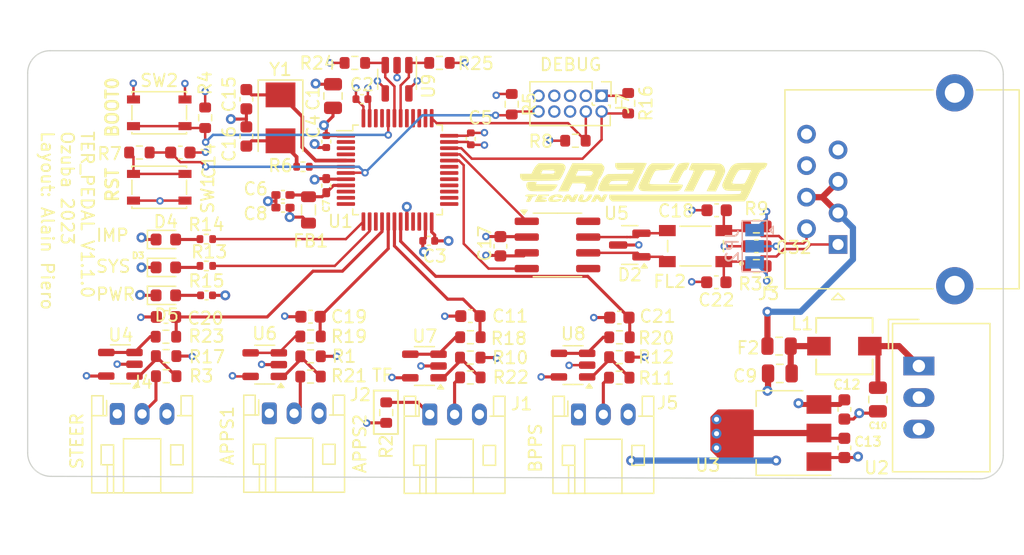
<source format=kicad_pcb>
(kicad_pcb (version 20241229) (generator "pcbnew") (generator_version "9.0")
  (layers (0 "F.Cu" signal) (4 "In1.Cu" power "GND") (6 "In2.Cu" power "PWR") (2 "B.Cu" signal) (13 "F.Paste" user) (15 "B.Paste" user) (5 "F.SilkS" user "F.Silkscreen") (7 "B.SilkS" user "B.Silkscreen") (1 "F.Mask" user) (3 "B.Mask" user) (25 "Edge.Cuts" user))
  (net 0 "")
  (net 1 "+3.3V")
  (net 2 "GND")
  (net 3 "+3.3VADC")
  (net 4 "+5V")
  (net 5 "/MICRO/NRST")
  (net 6 "/MICRO/OSC_IN")
  (net 7 "Net-(C16-Pad1)")
  (net 8 "/MICRO/STEER_ADC")
  (net 9 "/CAN/CAN+")
  (net 10 "/CAN/CAN-")
  (net 11 "Net-(D3-A)")
  (net 12 "Net-(D4-A)")
  (net 13 "Net-(D5-A)")
  (net 14 "+24V")
  (net 15 "/MICRO/SWDIO")
  (net 16 "/MICRO/SWCLK")
  (net 17 "/SENSORS/SENS_1")
  (net 18 "/SENSORS/SENS_2")
  (net 19 "/SENSORS/Brake")
  (net 20 "Net-(U8-+)")
  (net 21 "/MICRO/BOOT0")
  (net 22 "/MICRO/OSC_OUT")
  (net 23 "/MICRO/APPS_2_ADC")
  (net 24 "/MICRO/BPPS_ADC")
  (net 25 "Net-(JP2-C)")
  (net 26 "/IMP_LED")
  (net 33 "/CAN/can-")
  (net 35 "/EEPROM/SDA")
  (net 36 "/EEPROM/SCL")
  (net 44 "/CAN/CAN_RX")
  (net 45 "/CAN/CAN_TX")
  (net 52 "Net-(SW1-B)")
  (net 55 "Net-(C9-Pad1)")
  (net 56 "Net-(U2-Vin)")
  (net 59 "/MICRO/SWO")
  (net 60 "Net-(JP2-B)")
  (net 61 "Net-(JP2-A)")
  (net 62 "/CAN/can+")
  (net 63 "Net-(J1-Pin_1)")
  (net 64 "/SYS")
  (net 65 "/MICRO/APPS_1_ADC")
  (net 68 "Net-(U4--)")
  (net 69 "Net-(U7--)")
  (net 70 "Net-(U6--)")
  (net 71 "Net-(U8--)")
  (net 72 "Net-(J4-Pin_2)")
  (net 73 "Net-(U6-+)")
  (net 74 "Net-(U4-+)")
  (net 75 "Net-(U7-+)")
  (footprint "Resistor_SMD:R_0603_1608Metric" (layer "F.Cu") (at 147.0585 100.92 180)
    (property "Reference" "R10")
    (property "Value" "9.1k")
  )
  (footprint "LED_SMD:LED_0603_1608Metric" (layer "F.Cu") (at 122.5325 93.658)
    (property "Reference" "D3")
    (property "Value" "SYS")
  )
  (footprint "LED_SMD:LED_0603_1608Metric" (layer "F.Cu") (at 122.5325 95.908)
    (property "Reference" "D5")
    (property "Value" "PWR")
  )
  (footprint "Capacitor_SMD:C_0402_1005Metric" (layer "F.Cu") (at 138.33 80.1)
    (property "Reference" "C2")
    (property "Value" "100n")
  )
  (footprint "Capacitor_SMD:C_0603_1608Metric" (layer "F.Cu") (at 177.2 105.1 -90)
    (property "Reference" "C12")
    (property "Value" "10u")
  )
  (footprint "Resistor_SMD:R_0603_1608Metric" (layer "F.Cu") (at 159.06 102.5375)
    (property "Reference" "R11")
    (property "Value" "4.7k")
  )
  (footprint "Resistor_SMD:R_0402_1005Metric" (layer "F.Cu") (at 125.7925 93.5355)
    (property "Reference" "R13")
    (property "Value" "120R")
  )
  (footprint "Resistor_SMD:R_0603_1608Metric" (layer "F.Cu") (at 155.53 83.45 180)
    (property "Reference" "R8")
    (property "Value" "100k")
  )
  (footprint "Resistor_SMD:R_0603_1608Metric" (layer "F.Cu") (at 122.54 99.2395)
    (property "Reference" "R23")
    (property "Value" "100")
  )
  (footprint "Capacitor_SMD:C_0402_1005Metric_Pad0.74x0.62mm_HandSolder" (layer "F.Cu") (at 131.9675 87.822 180)
    (property "Reference" "C6")
    (property "Value" "10n")
  )
  (footprint "Connector_PinHeader_1.27mm:PinHeader_2x05_P1.27mm_Vertical" (layer "F.Cu") (at 157.64 79.83 -90)
    (property "Reference" "J7")
    (property "Value" "DEBUG")
  )
  (footprint "MountingHole:MountingHole_2.2mm_M2" (layer "F.Cu") (at 165.6 99.2)
    (property "Reference" "H3" (hide yes))
    (property "Value" "MountingHole")
  )
  (footprint "Package_TO_SOT_SMD:SOT-223-3_TabPin2" (layer "F.Cu") (at 172 107 180)
    (property "Reference" "U3")
    (property "Value" "LM1117MP-3.3")
  )
  (footprint "Capacitor_SMD:C_0805_2012Metric" (layer "F.Cu") (at 172 102.2 180)
    (property "Reference" "C9")
    (property "Value" "10 µF")
  )
  (footprint "Package_SO:SOIC-8_3.9x4.9mm_P1.27mm" (layer "F.Cu") (at 154.085 91.8475)
    (property "Reference" "U5")
    (property "Value" "TCAN332")
  )
  (footprint "MountingHole:MountingHole_2.2mm_M2" (layer "F.Cu") (at 165.6 79.4)
    (property "Reference" "H4" (hide yes))
    (property "Value" "MountingHole")
  )
  (footprint "Resistor_SMD:R_0603_1608Metric" (layer "F.Cu") (at 147.0685 99.28)
    (property "Reference" "R18")
    (property "Value" "100")
  )
  (footprint "Resistor_SMD:R_0603_1608Metric" (layer "F.Cu") (at 170.11 90.3525)
    (property "Reference" "R9")
    (property "Value" "120R")
  )
  (footprint "Capacitor_SMD:C_0603_1608Metric" (layer "F.Cu") (at 129.02 80.108 90)
    (property "Reference" "C15")
    (property "Value" "10p")
  )
  (footprint "Resistor_SMD:R_0603_1608Metric" (layer "F.Cu") (at 147.0635 102.52 180)
    (property "Reference" "R22")
    (property "Value" "4.7k")
  )
  (footprint "Capacitor_SMD:C_0402_1005Metric" (layer "F.Cu") (at 125.8125 95.908)
    (property "Reference" "R15")
    (property "Value" "120R")
  )
  (footprint "Resistor_SMD:R_0603_1608Metric" (layer "F.Cu") (at 170.11 93.5525 180)
    (property "Reference" "R32")
    (property "Value" "120R")
  )
  (footprint "Resistor_SMD:R_0603_1608Metric" (layer "F.Cu") (at 137.76 77.1825)
    (property "Reference" "R24")
    (property "Value" "10k")
  )
  (footprint "Capacitor_SMD:C_0603_1608Metric" (layer "F.Cu") (at 159.07 97.6975 180)
    (property "Reference" "C21")
    (property "Value" "160n")
  )
  (footprint "Converter_DCDC:Converter_DCDC_TRACO_TSR-1_THT" (layer "F.Cu") (at 183.2 101.6 -90)
    (property "Reference" "U2")
    (property "Value" "TSR_1-2450")
  )
  (footprint "Capacitor_SMD:C_0805_2012Metric" (layer "F.Cu") (at 136 79.85 90)
    (property "Reference" "C1")
    (property "Value" "10u")
  )
  (footprint "Footprints:IND_TCK-141_TRP" (layer "F.Cu") (at 177.2 100 180)
    (property "Reference" "L1")
    (property "Value" "TCK-141")
  )
  (footprint "Inductor_SMD:L_0805_2012Metric" (layer "F.Cu") (at 134.025 89.025 -90)
    (property "Reference" "FB1")
    (property "Value" "120R")
  )
  (footprint "Capacitor_SMD:C_0402_1005Metric_Pad0.74x0.62mm_HandSolder" (layer "F.Cu") (at 131.9675 88.838 180)
    (property "Reference" "C8")
    (property "Value" "1u")
  )
  (footprint "Package_QFP:LQFP-48_7x7mm_P0.5mm" (layer "F.Cu") (at 141.2 85.8)
    (property "Reference" "U1")
    (property "Value" "STM32F103C8Tx")
  )
  (footprint "Package_TO_SOT_SMD:SOT-23" (layer "F.Cu") (at 159.91 91.8525 180)
    (property "Reference" "D2")
    (property "Value" "NUP2105L")
  )
  (footprint "Connector_JST:JST_PH_S3B-PH-K_1x03_P2.00mm_Horizontal" (layer "F.Cu") (at 143.796 105.5)
    (property "Reference" "J1")
    (property "Value" "APPS_2")
  )
  (footprint "Connector_RJ:RJ45_Ninigi_GE" (layer "F.Cu") (at 176.69 91.81 90)
    (property "Reference" "J3" (hide yes))
    (property "Value" "RJ45_Shielded")
  )
  (footprint "Capacitor_SMD:C_0805_2012Metric" (layer "F.Cu") (at 179.9 104.3 -90)
    (property "Reference" "C10")
    (property "Value" "10 µF")
  )
  (footprint "Button_Switch_SMD:SW_SPST_PTS810" (layer "F.Cu") (at 122 81.2 180)
    (property "Reference" "SW2")
    (property "Value" "BOOT0")
  )
  (footprint "Resistor_SMD:R_0402_1005Metric" (layer "F.Cu") (at 125.7925 91.3755)
    (property "Reference" "R14")
    (property "Value" "120R")
  )
  (footprint "Capacitor_SMD:C_0603_1608Metric" (layer "F.Cu") (at 147.0685 97.58 180)
    (property "Reference" "C11")
    (property "Value" "160n")
  )
  (footprint "Resistor_SMD:R_0603_1608Metric" (layer "F.Cu") (at 122.555 100.802 180)
    (property "Reference" "R17")
    (property "Value" "9.1k")
  )
  (footprint "Capacitor_SMD:C_0603_1608Metric" (layer "F.Cu") (at 170.11 91.9525 180)
    (property "Reference" "C32")
    (property "Value" "4.7nF")
  )
  (footprint "Resistor_SMD:R_0603_1608Metric" (layer "F.Cu") (at 159.08 99.2875)
    (property "Reference" "R20")
    (property "Value" "100")
  )
  (footprint "Resistor_SMD:R_0402_1005Metric" (layer "F.Cu") (at 133.58 85.546 180)
    (property "Reference" "R6")
    (property "Value" "300R")
  )
  (footprint "Capacitor_SMD:C_0402_1005Metric_Pad0.74x0.62mm_HandSolder" (layer "F.Cu") (at 135.4565 87.07 90)
    (property "Reference" "C7")
    (property "Value" "1u")
  )
  (footprint "Capacitor_SMD:C_0603_1608Metric" (layer "F.Cu") (at 122.545 97.6495 180)
    (property "Reference" "C20")
    (property "Value" "160n")
  )
  (footprint "Resistor_SMD:R_0603_1608Metric" (layer "F.Cu") (at 125.7 81.6 90)
    (property "Reference" "R4")
    (property "Value" "10k")
  )
  (footprint "Resistor_SMD:R_0603_1608Metric" (layer "F.Cu") (at 120.4 84.4)
    (property "Reference" "R7")
    (property "Value" "100R")
  )
  (footprint "Package_TO_SOT_SMD:SOT-23-5" (layer "F.Cu") (at 155.34 101.53 180)
    (property "Reference" "U8")
    (property "Value" "LM321")
  )
  (footprint "Resistor_SMD:R_0603_1608Metric" (layer "F.Cu") (at 134.19 102.45 180)
    (property "Reference" "R21")
    (property "Value" "4.7k")
  )
  (footprint "Package_TO_SOT_SMD:SOT-23-5" (layer "F.Cu") (at 130.5 101.49 180)
    (property "Reference" "U6")
    (property "Value" "LM321")
  )
  (footprint "Resistor_SMD:R_0603_1608Metric" (layer "F.Cu") (at 134.19 100.82 180)
    (property "Reference" "R1")
    (property "Value" "9.1k")
  )
  (footprint "Logo:eracingLogo" (layer "F.Cu") (at 161.035 86.8025)
    (property "Reference" "G***" (hide yes))
    (property "Value" "LOGO" (hide yes))
  )
  (footprint "Resistor_SMD:R_0603_1608Metric" (layer "F.Cu") (at 144.575 77.18 180)
    (property "Reference" "R25")
    (property "Value" "10k")
  )
  (footprint "Resistor_SMD:R_0603_1608Metric" (layer "F.Cu") (at 140.286 105.355 90)
    (property "Reference" "R2")
    (property "Value" "0R")
  )
  (footprint "Package_TO_SOT_SMD:SOT-23-5" (layer "F.Cu") (at 141.16 78.5 -90)
    (property "Reference" "U9")
    (property "Value" "AT24CS02-STUM")
  )
  (footprint "MountingHole:MountingHole_2.2mm_M2" (layer "F.Cu") (at 114.4 79.2)
    (property "Reference" "H1" (hide yes))
    (property "Value" "MountingHole")
  )
  (footprint "Capacitor_SMD:C_0603_1608Metric" (layer "F.Cu") (at 129.02 83.108 90)
    (property "Reference" "C16")
    (property "Value" "10p")
  )
  (footprint "Capacitor_SMD:C_0402_1005Metric" (layer "F.Cu") (at 135.4565 83.518 -90)
    (property "Reference" "C4")
    (property "Value" "100n")
  )
  (footprint "Capacitor_SMD:C_0603_1608Metric" (layer "F.Cu") (at 134.19 97.63 180)
    (property "Reference" "C19")
    (property "Value" "160n")
  )
  (footprint "Capacitor_SMD:C_0603_1608Metric" (layer "F.Cu") (at 166.91 89.0525)
    (property "Reference" "C18")
    (property "Value" "10p")
  )
  (footprint "Connector_JST:JST_PH_S3B-PH-K_1x03_P2.00mm_Horizontal" (layer "F.Cu") (at 118.62 105.4595)
    (property "Reference" "J4")
    (property "Value" "APPS_1")
  )
  (footprint "Fuse:Fuse_0805_2012Metric" (layer "F.Cu") (at 171.9375 100)
    (property "Reference" "F2")
    (property "Value" "500ma")
  )
  (footprint "Connector_JST:JST_PH_S3B-PH-K_1x03_P2.00mm_Horizontal" (layer "F.Cu") (at 155.78 105.5)
    (property "Reference" "J5")
    (property "Value" "BPPS_1")
  )
  (footprint "Capacitor_SMD:C_0402_1005Metric" (layer "F.Cu") (at 147.1 83.3 -90)
    (property "Reference" "C5")
    (property "Value" "100n")
  )
  (footprint "Resistor_SMD:R_0603_1608Metric" (layer "F.Cu") (at 150.4 80.51 -90)
    (property "Reference" "R5")
    (property "Value" "100k")
  )
  (footprint "Capacitor_SMD:C_0603_1608Metric" (layer "F.Cu") (at 149.485 91.9525 -90)
    (property "Reference" "C17")
    (property "Value" "100n")
  )
  (footprint "MountingHole:MountingHole_2.2mm_M2" (layer "F.Cu") (at 114.32 99.34)
    (property "Reference" "H2" (hide yes))
    (property "Value" "MountingHole")
  )
  (footprint "Button_Switch_SMD:SW_SPST_PTS810" (layer "F.Cu") (at 122 87.2 180)
    (property "Reference" "SW1")
    (property "Value" "RST")
  )
  (footprint "Crystal:Crystal_SMD_5032-2Pin_5.0x3.2mm" (layer "F.Cu") (at 131.77 81.608 -90)
    (property "Reference" "Y1")
    (property "Value" "8mHz")
  )
  (footprint "Resistor_SMD:R_0603_1608Metric" (layer "F.Cu") (at 134.19 99.22)
    (property "Reference" "R19")
    (property "Value" "100")
  )
  (footprint "Resistor_SMD:R_0603_1608Metric" (layer "F.Cu") (at 159.78 80.43 -90)
    (property "Reference" "R16")
    (property "Value" "100k")
  )
  (footprint "LED_SMD:LED_0603_1608Metric" (layer "F.Cu") (at 122.5325 91.408)
    (property "Reference" "D4")
    (property "Value" "IMP")
  )
  (footprint "Capacitor_SMD:C_0603_1608Metric" (layer "F.Cu") (at 166.885 94.8525 180)
    (property "Reference" "C22")
    (property "Value" "10p")
  )
  (footprint "Resistor_SMD:R_0603_1608Metric" (layer "F.Cu") (at 122.56 102.4195 180)
    (property "Reference" "R3")
    (property "Value" "4.7k")
  )
  (footprint "Package_TO_SOT_SMD:SOT-23-5" (layer "F.Cu") (at 143.366 101.6 180)
    (property "Reference" "U7")
    (property "Value" "LM321")
  )
  (footprint "Connector_JST:JST_PH_S3B-PH-K_1x03_P2.00mm_Horizontal" (layer "F.Cu") (at 130.87 105.41)
    (property "Reference" "J2")
    (property "Value" "APPS_1")
  )
  (footprint "Capacitor_SMD:C_0603_1608Metric" (layer "F.Cu") (at 177.2 108.2 -90)
    (property "Reference" "C13")
    (property "Value" "10u")
  )
  (footprint "Package_TO_SOT_SMD:SOT-23-5" (layer "F.Cu") (at 118.87 101.4595 180)
    (property "Reference" "U4")
    (property "Value" "LM321")
  )
  (footprint "Capacitor_SMD:C_0603_1608Metric" (layer "F.Cu") (at 123.7 84.4)
    (property "Reference" "C14")
    (property "Value" "100n")
  )
  (footprint "Resistor_SMD:R_0603_1608Metric" (layer "F.Cu") (at 159.07 100.8875)
    (property "Reference" "R12")
    (property "Value" "9.1k")
  )
  (footprint "Capacitor_SMD:C_0402_1005Metric" (layer "F.Cu") (at 143.7115 91.519 180)
    (property "Reference" "C3")
    (property "Value" "100n")
  )
  (footprint "ACT45B-510-2P-TL003:FIL_ACT45B-510-2P-TL003" (layer "F.Cu") (at 165.21 91.94 180)
    (property "Reference" "FL2")
    (property "Value" "ACT45B-510-2P-TL003")
  )
  (footprint "Jumper:SolderJumper-3_P1.3mm_Open_Pad1.0x1.5mm" (layer "B.Cu") (at 169.9675 91.9525 -90)
    (property "Reference" "JP2")
    (property "Value" "SolderJumper_3_Open")
  )
  (gr_rect (start 139.286 103.58) (end 141.236 107.08) (stroke (width 0.15)) (fill no) (layer "F.SilkS"))
  (gr_line (start 111.4 78) (end 111.4 108.6) (stroke (width 0.1)) (layer "Edge.Cuts"))
  (gr_arc (start 111.4 78) (mid 111.927208 76.727208) (end 113.2 76.2) (stroke (width 0.1)) (layer "Edge.Cuts"))
  (gr_line (start 113.2 76.2) (end 188.107912 76.2) (stroke (width 0.1)) (layer "Edge.Cuts"))
  (gr_line (start 188.107912 110.692088) (end 113.292088 110.492088) (stroke (width 0.1)) (layer "Edge.Cuts"))
  (gr_line (start 190 78.1) (end 190 108.8) (stroke (width 0.1)) (layer "Edge.Cuts"))
  (gr_arc (start 113.292088 110.492088) (mid 111.95418 109.937908) (end 111.4 108.6) (stroke (width 0.1)) (layer "Edge.Cuts"))
  (gr_arc (start 190 108.8) (mid 189.44582 110.137908) (end 188.107912 110.692088) (stroke (width 0.1)) (layer "Edge.Cuts"))
  (gr_arc (start 188.107912 76.207912) (mid 189.44581 76.762096) (end 190 78.1) (stroke (width 0.1)) (layer "Edge.Cuts"))
  (gr_text "PWR\n" (at 116.82 96.408 0) (layer "F.SilkS") (effects (font (size 1 1)) (justify left bottom)))
  (gr_text "IMP" (at 116.82 91.658 0) (layer "F.SilkS") (effects (font (size 1 1)) (justify left bottom)))
  (gr_text "SYS" (at 116.82 94.158 0) (layer "F.SilkS") (effects (font (size 1 1)) (justify left bottom)))
  (gr_text "APPS1" (at 128.07 109.69 90) (layer "F.SilkS") (effects (font (size 1 1)) (justify left bottom)))
  (gr_text "STEER" (at 115.95 110.01 90) (layer "F.SilkS") (effects (font (size 1 1)) (justify left bottom)))
  (gr_text "TF" (at 139.056 102.94 0) (layer "F.SilkS") (effects (font (size 1 1)) (justify left bottom)))
  (gr_text "TER_PEDAL V1.1.0\nOzuba 2023\nLayout: Alain Piero" (at 112.4 82.6 270) (layer "F.SilkS") (effects (font (size 1 1)) (justify left bottom)))
  (gr_text "APPS2" (at 138.75 110.33 90) (layer "F.SilkS") (effects (font (size 1 1)) (justify left bottom)))
  (gr_text "BPPS" (at 152.9 110.28 90) (layer "F.SilkS") (effects (font (size 1 1)) (justify left bottom)))
  (gr_text "BOOT0" (at 118.8 83.3 90) (layer "F.SilkS") (effects (font (size 1 1) (thickness 0.2) (bold yes)) (justify left bottom)))
  (gr_text "RST" (at 118.8 88.5 90) (layer "F.SilkS") (effects (font (size 1 1) (thickness 0.2) (bold yes)) (justify left bottom)))
  (gr_text "DEBUG\n" (at 152.57 77.9 0) (layer "F.SilkS") (effects (font (size 1 1)) (justify left bottom)))
  (segment (start 144.1915 91.0415) (end 143.95 90.8) (width 0.25) (layer "F.Cu") (net 1))
  (segment (start 137.85 79.21) (end 137.86 79.2) (width 0.2) (layer "F.Cu") (net 1))
  (segment (start 124.075 78.845) (end 124.07 78.84) (width 0.2) (layer "F.Cu") (net 1))
  (segment (start 149.265 79.685) (end 149.16 79.79) (width 0.2) (layer "F.Cu") (net 1))
  (segment (start 129.3625 102.44) (end 127.95 102.44) (width 0.2) (layer "F.Cu") (net 1))
  (segment (start 159.555 79.83) (end 159.78 79.605) (width 0.2) (layer "F.Cu") (net 1))
  (segment (start 137.85 80.1) (end 138.45 80.7) (width 0.2) (layer "F.Cu") (net 1))
  (segment (start 116.16 102.4095) (end 116.14 102.3895) (width 0.25) (layer "F.Cu") (net 1))
  (segment (start 135.4565 83.038) (end 137.0255 83.038) (width 0.25) (layer "F.Cu") (net 1))
  (segment (start 140.776 102.55) (end 140.746 102.52) (width 0.25) (layer "F.Cu") (net 1))
  (segment (start 149.15 79.79) (end 149.15 79.8) (width 0.2) (layer "F.Cu") (net 1))
  (segment (start 142.2285 102.55) (end 140.776 102.55) (width 0.25) (layer "F.Cu") (net 1))
  (segment (start 132.535 89.5775) (end 132.5075 89.605) (width 0.25) (layer "F.Cu") (net 1))
  (segment (start 135.4565 83.038) (end 135.4565 82.3945) (width 0.25) (layer "F.Cu") (net 1))
  (segment (start 149.4475 92.69) (end 149.485 92.7275) (width 0.25) (layer "F.Cu") (net 1))
  (segment (start 145.3625 83.05) (end 146.87 83.05) (width 0.2) (layer "F.Cu") (net 1))
  (segment (start 138.45 80.7) (end 138.45 81.6375) (width 0.2) (layer "F.Cu") (net 1))
  (segment (start 132.5075 89.605) (end 133.5425 89.605) (width 0.25) (layer "F.Cu") (net 1))
  (segment (start 151.365 92.7275) (end 151.61 92.4825) (width 0.25) (layer "F.Cu") (net 1))
  (segment (start 140.21 79.27) (end 140.21 79.64) (width 0.2) (layer "F.Cu") (net 1))
  (segment (start 136.935 77.1825) (end 135.7525 77.1825) (width 0.2) (layer "F.Cu") (net 1))
  (segment (start 147.1 82.82) (end 148.18 82.82) (width 0.2) (layer "F.Cu") (net 1))
  (segment (start 117.7325 102.4095) (end 116.16 102.4095) (width 0.25) (layer "F.Cu") (net 1))
  (segment (start 145.4 77.18) (end 146.63 77.18) (width 0.2) (layer "F.Cu") (net 1))
  (segment (start 150.4 79.685) (end 149.265 79.685) (width 0.2) (layer "F.Cu") (net 1))
  (segment (start 137.85 80.1) (end 137.85 79.21) (width 0.2) (layer "F.Cu") (net 1))
  (segment (start 135.4565 82.3945) (end 135.27 82.208) (width 0.25) (layer "F.Cu") (net 1))
  (segment (start 136 80.8) (end 136 81.478) (width 0.25) (layer "F.Cu") (net 1))
  (segment (start 146.87 83.05) (end 147.1 82.82) (width 0.2) (layer "F.Cu") (net 1))
  (segment (start 119.925 80.125) (end 119.925 78.835) (width 0.2) (layer "F.Cu") (net 1))
  (segment (start 175.575 107.425) (end 175.15 107) (width 0.25) (layer "F.Cu") (net 1))
  (segment (start 124.075 80.125) (end 124.075 78.845) (width 0.2) (layer "F.Cu") (net 1))
  (segment (start 157.64 79.83) (end 159.555 79.83) (width 0.2) (layer "F.Cu") (net 1))
  (segment (start 143.95 90.8) (end 143.95 89.9625) (width 0.25) (layer "F.Cu") (net 1))
  (segment (start 149.16 79.79) (end 149.15 79.79) (width 0.2) (layer "F.Cu") (net 1))
  (segment (start 148.18 82.82) (end 148.2 82.8) (width 0.2) (layer "F.Cu") (net 1))
  (segment (start 127.95 102.44) (end 127.9 102.39) (width 0.2) (layer "F.Cu") (net 1))
  (segment (start 154.2025 102.48) (end 152.77 102.48) (width 0.25) (layer "F.Cu") (net 1))
  (segment (start 145.309 91.519) (end 144.1915 91.519) (width 0.25) (layer "F.Cu") (net 1))
  (segment (start 126.2925 95.908) (end 127.32 95.908) (width 0.25) (layer "F.Cu") (net 1))
  (segment (start 139.58 78.64) (end 140.21 79.27) (width 0.2) (layer "F.Cu") (net 1))
  (segment (start 135.7525 77.1825) (end 135.75 77.18) (width 0.2) (layer "F.Cu") (net 1))
  (segment (start 145.31 91.52) (end 145.309 91.519) (width 0.25) (layer "F.Cu") (net 1))
  (segment (start 119.925 78.835) (end 119.91 78.82) (width 0.2) (layer "F.Cu") (net 1))
  (segment (start 168.85 107) (end 175.15 107) (width 0.5) (layer "F.Cu") (net 1))
  (segment (start 148.32 92.69) (end 149.4475 92.69) (width 0.25) (layer "F.Cu") (net 1))
  (segment (start 137.0255 83.038) (end 137.0375 83.05) (width 0.25) (layer "F.Cu") (net 1))
  (segment (start 177.2 107.425) (end 175.575 107.425) (width 0.25) (layer "F.Cu") (net 1))
  (segment (start 149.485 92.7275) (end 151.365 92.7275) (width 0.25) (layer "F.Cu") (net 1))
  (segment (start 149.15 79.8) (end 149.14 79.81) (width 0.2) (layer "F.Cu") (net 1))
  (segment (start 132.535 88.838) (end 132.535 89.5775) (width 0.25) (layer "F.Cu") (net 1))
  (segment (start 136 81.478) (end 135.27 82.208) (width 0.25) (layer "F.Cu") (net 1))
  (segment (start 144.1915 91.519) (end 144.1915 91.0415) (width 0.25) (layer "F.Cu") (net 1))
  (segment (start 133.5425 89.605) (end 134.025 90.0875) (width 0.25) (layer "F.Cu") (net 1))
  (via (at 132.5075 89.605) (size 0.8) (drill 0.4) (layers "F.Cu" "B.Cu") (net 1))
  (via (at 166.9 107.05) (size 0.8) (drill 0.4) (layers "F.Cu" "B.Cu") (net 1))
  (via (at 148.32 92.69) (size 0.6) (drill 0.3) (layers "F.Cu" "B.Cu") (net 1))
  (via (at 127.32 95.908) (size 0.8) (drill 0.4) (layers "F.Cu" "B.Cu") (net 1))
  (via (at 148.2 82.8) (size 0.6) (drill 0.3) (layers "F.Cu" "B.Cu") (net 1))
  (via (at 135.75 77.18) (size 0.6) (drill 0.3) (layers "F.Cu" "B.Cu") (net 1))
  (via (at 116.14 102.3895) (size 0.6) (drill 0.3) (layers "F.Cu" "B.Cu") (net 1))
  (via (at 137.86 79.2) (size 0.6) (drill 0.3) (layers "F.Cu" "B.Cu") (net 1))
  (via (at 149.15 79.79) (size 0.6) (drill 0.3) (layers "F.Cu" "B.Cu") (net 1))
  (via (at 166.9 105.9) (size 0.8) (drill 0.4) (layers "F.Cu" "B.Cu") (net 1))
  (via (at 124.07 78.84) (size 0.6) (drill 0.3) (layers "F.Cu" "B.Cu") (net 1))
  (via (at 146.63 77.18) (size 0.6) (drill 0.3) (layers "F.Cu" "B.Cu") (net 1))
  (via (at 166.9 108.2) (size 0.8) (drill 0.4) (layers "F.Cu" "B.Cu") (net 1))
  (via (at 145.31 91.52) (size 0.8) (drill 0.4) (layers "F.Cu" "B.Cu") (net 1))
  (via (at 139.58 78.64) (size 0.6) (drill 0.3) (layers "F.Cu" "B.Cu") (net 1))
  (via (at 135.27 82.208) (size 0.8) (drill 0.4) (layers "F.Cu" "B.Cu") (net 1))
  (via (at 140.746 102.52) (size 0.6) (drill 0.3) (layers "F.Cu" "B.Cu") (net 1))
  (via (at 119.91 78.82) (size 0.6) (drill 0.3) (layers "F.Cu" "B.Cu") (net 1))
  (via (at 152.77 102.48) (size 0.6) (drill 0.3) (layers "F.Cu" "B.Cu") (net 1))
  (via (at 127.9 102.39) (size 0.6) (drill 0.3) (layers "F.Cu" "B.Cu") (net 1))
  (segment (start 166.1325 89.05) (end 166.135 89.0525) (width 0.2) (layer "F.Cu") (net 2))
  (segment (start 131.4 88.325) (end 130.7575 88.325) (width 0.25) (layer "F.Cu") (net 2))
  (segment (start 143.2315 91.519) (end 143.45 91.3005) (width 0.25) (layer "F.Cu") (net 2))
  (segment (start 155.04 101.53) (end 155.02 101.55) (width 0.2) (layer "F.Cu") (net 2))
  (segment (start 135.4565 86.5025) (end 134.601 86.5025) (width 0.25) (layer "F.Cu") (net 2))
  (segment (start 123.38 100.802) (end 124.6325 100.802) (width 0.25) (layer "F.Cu") (net 2))
  (segment (start 175.475 108.975) (end 175.15 109.3) (width 0.25) (layer "F.Cu") (net 2))
  (segment (start 151.575 91.1775) (end 151.61 91.2125) (width 0.25) (layer "F.Cu") (net 2))
  (segment (start 177.2 108.975) (end 175.475 108.975) (width 0.25) (layer "F.Cu") (net 2))
  (segment (start 125.7 80.775) (end 125.7 79.48) (width 0.2) (layer "F.Cu") (net 2))
  (segment (start 135.4565 86.5025) (end 135.504 86.55) (width 0.25) (layer "F.Cu") (net 2))
  (segment (start 118.62 101.4595) (end 118.61 101.4495) (width 0.25) (layer "F.Cu") (net 2))
  (segment (start 121.77 97.6495) (end 120.55 97.6495) (width 0.25) (layer "F.Cu") (net 2))
  (segment (start 161.0925 100.8875) (end 161.1 100.88) (width 0.25) (layer "F.Cu") (net 2))
  (segment (start 141.95 88.776761) (end 141.947291 88.774052) (width 0.25) (layer "F.Cu") (net 2))
  (segment (start 178.4 105.4) (end 179.75 105.4) (width 0.25) (layer "F.Cu") (net 2))
  (segment (start 159.895 100.8875) (end 161.0925 100.8875) (width 0.25) (layer "F.Cu") (net 2))
  (segment (start 136 78.9) (end 134.65 78.9) (width 0.25) (layer "F.Cu") (net 2))
  (segment (start 149.485 91.1775) (end 151.575 91.1775) (width 0.25) (layer "F.Cu") (net 2))
  (segment (start 122.06 88.3) (end 122.035 88.275) (width 0.2) (layer "F.Cu") (net 2))
  (segment (start 133.415 97.63) (end 132.16 97.63) (width 0.25) (layer "F.Cu") (net 2))
  (segment (start 122.035 88.275) (end 119.925 88.275) (width 0.2) (layer "F.Cu") (net 2))
  (segment (start 171.05 103.55) (end 171 103.6) (width 0.5) (layer "F.Cu") (net 2))
  (segment (start 142.11 79.64) (end 142.11 79.31) (width 0.2) (layer "F.Cu") (net 2))
  (segment (start 149.4775 91.17) (end 149.485 91.1775) (width 0.25) (layer "F.Cu") (net 2))
  (segment (start 146.87 83.55) (end 147.1 83.78) (width 0.2) (layer "F.Cu") (net 2))
  (segment (start 177.2 105.875) (end 177.925 105.875) (width 0.25) (layer "F.Cu") (net 2))
  (segment (start 148.32 91.17) (end 149.4775 91.17) (width 0.25) (layer "F.Cu") (net 2))
  (segment (start 136.28 100.82) (end 136.29 100.81) (width 0.25) (layer "F.Cu") (net 2))
  (segment (start 147.8835 100.92) (end 149.116 100.92) (width 0.25) (layer "F.Cu") (net 2))
  (segment (start 149.116 100.92) (end 149.176 100.98) (width 0.25) (layer "F.Cu") (net 2))
  (segment (start 134.81 83.998) (end 134.52 83.708) (width 0.25) (layer "F.Cu") (net 2))
  (segment (start 148.18 83.78) (end 148.2 83.8) (width 0.2) (layer "F.Cu") (net 2))
  (segment (start 131.6375 101.49) (end 130.27 101.49) (width 0.25) (layer "F.Cu") (net 2))
  (segment (start 160.625 91.8525) (end 160.635 91.8425) (width 0.25) (layer "F.Cu") (net 2))
  (segment (start 164.92 89.05) (end 166.1325 89.05) (width 0.2) (layer "F.Cu") (net 2))
  (segment (start 138.81 80.1) (end 138.81 79.21) (width 0.2) (layer "F.Cu") (net 2))
  (segment (start 145.3625 83.55) (end 146.87 83.55) (width 0.2) (layer "F.Cu") (net 2))
  (segment (start 171.05 102.2) (end 171.05 103.55) (width 0.5) (layer "F.Cu") (net 2))
  (segment (start 177.925 105.875) (end 178.4 105.4) (width 0.25) (layer "F.Cu") (net 2))
  (segment (start 121.745 91.408) (end 120.73 91.408) (width 0.25) (layer "F.Cu") (net 2))
  (segment (start 141.16 78.37) (end 141.16 77.365) (width 0.2) (layer "F.Cu") (net 2))
  (segment (start 144.5035 101.6) (end 143.086 101.6) (width 0.25) (layer "F.Cu") (net 2))
  (segment (start 129.02 81.708) (end 129.02 82.333) (width 0.25) (layer "F.Cu") (net 2))
  (segment (start 158.295 97.6975) (end 157.0125 97.6975) (width 0.25) (layer "F.Cu") (net 2))
  (segment (start 157.0125 97.6975) (end 157.01 97.7) (width 0.25) (layer "F.Cu") (net 2))
  (segment (start 143.2315 92.306902) (end 143.326299 92.401701) (width 0.25) (layer "F.Cu") (net 2))
  (segment (start 121.745 93.658) (end 120.57 93.658) (width 0.25) (layer "F.Cu") (net 2))
  (segment (start 132.16 97.63) (end 132.11 97.58) (width 0.25) (layer "F.Cu") (net 2))
  (segment (start 141.95 89.9625) (end 141.95 88.776761) (width 0.25) (layer "F.Cu") (net 2))
  (segment (start 154.705 83.45) (end 153.48 83.45) (width 0.2) (layer "F.Cu") (net 2))
  (segment (start 131.4 88.838) (end 131.4 88.325) (width 0.25) (layer "F.Cu") (net 2))
  (segment (start 142.11 79.31) (end 142.79 78.63) (width 0.2) (layer "F.Cu") (net 2))
  (segment (start 135.4565 83.998) (end 134.81 83.998) (width 0.25) (layer "F.Cu") (net 2))
  (segment (start 129.02 81.708) (end 127.77 81.708) (width 0.25) (layer "F.Cu") (net 2))
  (segment (start 177.2 108.975) (end 178.225 108.975) (width 0.25) (layer "F.Cu") (net 2))
  (segment (start 122.06 88.3) (end 122.085 88.275) (width 0.2) (layer "F.Cu") (net 2))
  (segment (start 146.2935 97.58) (end 145.016 97.58) (width 0.25) (layer "F.Cu") (net 2))
  (segment (start 166.0775 94.82) (end 166.11 94.8525) (width 0.2) (layer "F.Cu") (net 2))
  (segment (start 138.95 80.24) (end 138.95 81.6375) (width 0.2) (layer "F.Cu") (net 2))
  (segment (start 145.016 97.58) (end 145.006 97.59) (width 0.25) (layer "F.Cu") (net 2))
  (segment (start 124.6325 100.802) (end 124.66 100.8295) (width 0.25) (layer "F.Cu") (net 2))
  (segment (start 169.335 91.9525) (end 167.5275 91.9525) (width 0.2) (layer "F.Cu") (net 2))
  (segment (start 178.225 108.975) (end 178.3 108.9) (width 0.25) (layer "F.Cu") (net 2))
  (segment (start 135.504 86.55) (end 137.0375 86.55) (width 0.25) (layer "F.Cu") (net 2))
  (segment (start 156.4775 101.53) (end 155.04 101.53) (width 0.2) (layer "F.Cu") (net 2))
  (segment (start 120.498 95.908) (end 121.745 95.908) (width 0.25) (layer "F.Cu") (net 2))
  (segment (start 120.0075 101.4595) (end 118.62 101.4595) (width 0.25) (layer "F.Cu") (net 2))
  (segment (start 125.71 84.4) (end 125.73 84.38) (width 0.2) (layer "F.Cu") (net 2))
  (segment (start 134.65 78.9) (end 134.6 78.85) (width 0.25) (layer "F.Cu") (net 2))
  (segment (start 122.085 88.275) (end 124.075 88.275) (width 0.2) (layer "F.Cu") (net 2))
  (segment (start 120.46 95.87) (end 120.498 95.908) (width 0.25) (layer "F.Cu") (net 2))
  (segment (start 164.9 94.82) (end 166.0775 94.82) (width 0.2) (layer "F.Cu") (net 2))
  (segment (start 143.45 91.3005) (end 143.45 89.9625) (width 0.25) (layer "F.Cu") (net 2))
  (segment (start 130.27 101.49) (end 130.25 101.47) (width 0.25) (layer "F.Cu") (net 2))
  (segment (start 179.75 105.4) (end 179.9 105.25) (width 0.25) (layer "F.Cu") (net 2))
  (segment (start 143.2315 91.519) (end 143.2315 92.306902) (width 0.25) (layer "F.Cu") (net 2))
  (segment (start 131.4 88.325) (end 131.4 87.822) (width 0.25) (layer "F.Cu") (net 2))
  (segment (start 134.601 86.5025) (end 134.52 86.5835) (width 0.25) (layer "F.Cu") (net 2))
  (segment (start 158.9725 91.8525) (end 160.625 91.8525) (width 0.25) (layer "F.Cu") (net 2))
  (segment (start 147.1 83.78) (end 148.18 83.78) (width 0.2) (layer "F.Cu") (net 2))
  (segment (start 124.475 84.4) (end 125.71 84.4) (width 0.2) (layer "F.Cu") (net 2))
  (segment (start 129.02 80.883) (end 129.02 81.708) (width 0.25) (layer "F.Cu") (net 2))
  (segment (start 167.5275 91.9525) (end 167.52 91.96) (width 0.2) (layer "F.Cu") (net 2))
  (segment (start 120.55 97.6495) (end 120.52 97.6795) (width 0.25) (layer "F.Cu") (net 2))
  (segment (start 120.73 91.408) (end 120.57 91.248) (width 0.25) (layer "F.Cu") (net 2))
  (segment (start 153.48 83.45) (end 153.45 83.42) (width 0.2) (layer "F.Cu") (net 2))
  (segment (start 138.81 80.1) (end 138.95 80.24) (width 0.2) (layer "F.Cu") (net 2))
  (segment (start 142.211854 79.538146) (end 142.11 79.64) (width 0.2) (layer "F.Cu") (net 2))
  (segment (start 135.015 100.82) (end 136.28 100.82) (width 0.25) (layer "F.Cu") (net 2))
  (via (at 171 103.6) (size 0.8) (drill 0.4) (layers "F.Cu" "B.Cu") (net 2))
  (via (at 125.7 79.48) (size 0.6) (drill 0.3) (layers "F.Cu" "B.Cu") (net 2))
  (via (at 127.77 81.708) (size 0.8) (drill 0.4) (layers "F.Cu" "B.Cu") (net 2))
  (via (at 122.06 88.3) (size 0.6) (drill 0.3) (layers "F.Cu" "B.Cu") (net 2))
  (via (at 118.61 101.4495) (size 0.6) (drill 0.3) (layers "F.Cu" "B.Cu") (net 2))
  (via (at 132.11 97.58) (size 0.6) (drill 0.3) (layers "F.Cu" "B.Cu") (net 2))
  (via (at 178.4 105.4) (size 0.8) (drill 0.4) (layers "F.Cu" "B.Cu") (net 2))
  (via (at 160.635 91.8425) (size 0.6) (drill 0.3) (layers "F.Cu" "B.Cu") (net 2))
  (via (at 155.02 101.55) (size 0.6) (drill 0.3) (layers "F.Cu" "B.Cu") (net 2))
  (via (at 148.2 83.8) (size 0.6) (drill 0.3) (layers "F.Cu" "B.Cu") (net 2))
  (via (at 120.57 91.248) (size 0.8) (drill 0.4) (layers "F.Cu" "B.Cu") (net 2))
  (via (at 178.3 108.9) (size 0.8) (drill 0.4) (layers "F.Cu" "B.Cu") (net 2))
  (via (at 164.9 94.82) (size 0.6) (drill 0.3) (layers "F.Cu" "B.Cu") (net 2))
  (via (at 145.006 97.59) (size 0.6) (drill 0.3) (layers "F.Cu" "B.Cu") (net 2))
  (via (at 143.086 101.6) (size 0.6) (drill 0.3) (layers "F.Cu" "B.Cu") (net 2))
  (via (at 161.1 100.88) (size 0.6) (drill 0.3) (layers "F.Cu" "B.Cu") (net 2))
  (via (at 134.52 86.5835) (size 0.8) (drill 0.4) (layers "F.Cu" "B.Cu") (net 2))
  (via (at 120.46 95.87) (size 0.8) (drill 0.4) (layers "F.Cu" "B.Cu") (net 2))
  (via (at 167.52 91.96) (size 0.6) (drill 0.3) (layers "F.Cu" "B.Cu") (net 2))
  (via (at 120.52 97.6795) (size 0.6) (drill 0.3) (layers "F.Cu" "B.Cu") (net 2))
  (via (at 148.32 91.17) (size 0.6) (drill 0.3) (layers "F.Cu" "B.Cu") (net 2))
  (via (at 134.6 78.85) (size 0.8) (drill 0.4) (layers "F.Cu" "B.Cu") (net 2))
  (via (at 120.57 93.658) (size 0.8) (drill 0.4) (layers "F.Cu" "B.Cu") (net 2))
  (via (at 124.66 100.8295) (size 0.6) (drill 0.3) (layers "F.Cu" "B.Cu") (net 2))
  (via (at 143.326299 92.401701) (size 0.8) (drill 0.4) (layers "F.Cu" "B.Cu") (net 2))
  (via (at 153.45 83.42) (size 0.6) (drill 0.3) (layers "F.Cu" "B.Cu") (net 2))
  (via (at 136.29 100.81) (size 0.6) (drill 0.3) (layers "F.Cu" "B.Cu") (net 2))
  (via (at 157.01 97.7) (size 0.6) (drill 0.3) (layers "F.Cu" "B.Cu") (net 2))
  (via (at 141.16 78.37) (size 0.6) (drill 0.3) (layers "F.Cu" "B.Cu") (net 2))
  (via (at 141.947291 88.774052) (size 0.8) (drill 0.4) (layers "F.Cu" "B.Cu") (net 2))
  (via (at 134.52 83.708) (size 0.8) (drill 0.4) (layers "F.Cu" "B.Cu") (net 2))
  (via (at 142.79 78.63) (size 0.6) (drill 0.3) (layers "F.Cu" "B.Cu") (net 2))
  (via (at 130.7575 88.325) (size 0.8) (drill 0.4) (layers "F.Cu" "B.Cu") (net 2))
  (via (at 138.81 79.21) (size 0.6) (drill 0.3) (layers "F.Cu" "B.Cu") (net 2))
  (via (at 130.25 101.47) (size 0.6) (drill 0.3) (layers "F.Cu" "B.Cu") (net 2))
  (via (at 125.73 84.38) (size 0.6) (drill 0.3) (layers "F.Cu" "B.Cu") (net 2))
  (via (at 164.92 89.05) (size 0.6) (drill 0.3) (layers "F.Cu" "B.Cu") (net 2))
  (via (at 149.176 100.98) (size 0.6) (drill 0.3) (layers "F.Cu" "B.Cu") (net 2))
  (segment (start 135.1315 87.9625) (end 135.4565 87.6375) (width 0.25) (layer "F.Cu") (net 3))
  (segment (start 137.0375 87.05) (end 136.044 87.05) (width 0.25) (layer "F.Cu") (net 3))
  (segment (start 133.8845 87.822) (end 134.025 87.9625) (width 0.25) (layer "F.Cu") (net 3))
  (segment (start 132.535 87.822) (end 133.8845 87.822) (width 0.25) (layer "F.Cu") (net 3))
  (segment (start 134.025 87.9625) (end 135.1315 87.9625) (width 0.25) (layer "F.Cu") (net 3))
  (segment (start 136.044 87.05) (end 135.4565 87.6375) (width 0.25) (layer "F.Cu") (net 3))
  (segment (start 173.6 104.7) (end 173.5 104.6) (width 0.4) (layer "F.Cu") (net 4))
  (segment (start 175.15 104.7) (end 173.6 104.7) (width 0.4) (layer "F.Cu") (net 4))
  (segment (start 140.286 106.18) (end 138.736 106.18) (width 0.25) (layer "F.Cu") (net 4))
  (segment (start 138.736 106.18) (end 138.716 106.2) (width 0.25) (layer "F.Cu") (net 4))
  (segment (start 175.15 104.7) (end 176.825 104.7) (width 0.4) (layer "F.Cu") (net 4))
  (segment (start 176.825 104.7) (end 177.2 104.325) (width 0.4) (layer "F.Cu") (net 4))
  (via (at 173.5 104.6) (size 0.8) (drill 0.4) (layers "F.Cu" "B.Cu") (net 4))
  (via (at 138.716 106.2) (size 0.6) (drill 0.3) (layers "F.Cu" "B.Cu") (net 4))
  (via (at 160.02 109.22) (size 0.8) (drill 0.4) (layers "F.Cu" "B.Cu") (net 4))
  (via (at 171.704 109.22) (size 0.8) (drill 0.4) (layers "F.Cu" "B.Cu") (net 4))
  (segment (start 171.704 109.22) (end 160.02 109.22) (width 0.5) (layer "B.Cu") (net 4))
  (segment (start 152.56 81.1) (end 150.635 81.1) (width 0.2) (layer "F.Cu") (net 5))
  (segment (start 137.0575 86.03) (end 137.0375 86.05) (width 0.2) (layer "F.Cu") (net 5))
  (segment (start 122.925 84.4) (end 123.7 85.175) (width 0.2) (layer "F.Cu") (net 5))
  (segment (start 149.1 81.4) (end 150.335 81.4) (width 0.2) (layer "F.Cu") (net 5))
  (segment (start 150.635 81.1) (end 150.4 81.335) (width 0.2) (layer "F.Cu") (net 5))
  (segment (start 122.925 84.4) (end 121.225 84.4) (width 0.2) (layer "F.Cu") (net 5))
  (segment (start 125.365 85.175) (end 125.74 85.55) (width 0.2) (layer "F.Cu") (net 5))
  (segment (start 138.58 86.03) (end 137.0575 86.03) (width 0.2) (layer "F.Cu") (net 5))
  (segment (start 150.335 81.4) (end 150.4 81.335) (width 0.2) (layer "F.Cu") (net 5))
  (segment (start 123.7 85.175) (end 125.365 85.175) (width 0.2) (layer "F.Cu") (net 5))
  (via (at 149.1 81.4) (size 0.6) (drill 0.3) (layers "F.Cu" "B.Cu") (net 5))
  (via (at 125.74 85.55) (size 0.6) (drill 0.3) (layers "F.Cu" "B.Cu") (net 5))
  (via (at 138.58 86.03) (size 0.6) (drill 0.3) (layers "F.Cu" "B.Cu") (net 5))
  (segment (start 143.21 81.4) (end 149.1 81.4) (width 0.2) (layer "B.Cu") (net 5))
  (segment (start 138.58 86.03) (end 143.21 81.4) (width 0.2) (layer "B.Cu") (net 5))
  (segment (start 138.1 85.55) (end 125.74 85.55) (width 0.2) (layer "B.Cu") (net 5))
  (segment (start 138.58 86.03) (end 138.1 85.55) (width 0.2) (layer "B.Cu") (net 5))
  (segment (start 134.599893 85.05) (end 133.52 83.970107) (width 0.3) (layer "F.Cu") (net 6))
  (segment (start 133.52 81.508) (end 131.77 79.758) (width 0.3) (layer "F.Cu") (net 6))
  (segment (start 133.52 83.970107) (end 133.52 81.508) (width 0.3) (layer "F.Cu") (net 6))
  (segment (start 137.0375 85.05) (end 134.599893 85.05) (width 0.3) (layer "F.Cu") (net 6))
  (segment (start 129.445 79.758) (end 131.77 79.758) (width 0.25) (layer "F.Cu") (net 6))
  (segment (start 129.02 79.333) (end 129.445 79.758) (width 0.25) (layer "F.Cu") (net 6))
  (segment (start 129.445 83.458) (end 131.77 83.458) (width 0.25) (layer "F.Cu") (net 7))
  (segment (start 129.02 83.883) (end 129.445 83.458) (width 0.25) (layer "F.Cu") (net 7))
  (segment (start 133.07 84.758) (end 131.77 83.458) (width 0.3) (layer "F.Cu") (net 7))
  (segment (start 133.07 85.546) (end 133.07 84.758) (width 0.3) (layer "F.Cu") (net 7))
  (segment (start 123.365 99.2395) (end 123.365 97.6945) (width 0.25) (layer "F.Cu") (net 8))
  (segment (start 134.3855 93.9605) (end 136.757264 93.9605) (width 0.25) (layer "F.Cu") (net 8))
  (segment (start 123.32 97.6495) (end 130.6965 97.6495) (width 0.25) (layer "F.Cu") (net 8))
  (segment (start 130.6965 97.6495) (end 134.3855 93.9605) (width 0.25) (layer "F.Cu") (net 8))
  (segment (start 139.95 90.767764) (end 139.95 89.9625) (width 0.25) (layer "F.Cu") (net 8))
  (segment (start 136.757264 93.9605) (end 139.95 90.767764) (width 0.25) (layer "F.Cu") (net 8))
  (segment (start 123.365 97.6945) (end 123.32 97.6495) (width 0.25) (layer "F.Cu") (net 8))
  (segment (start 173.914301 91.7275) (end 172.520064 91.7275) (width 0.2) (layer "F.Cu") (net 9))
  (segment (start 170.235 90.589999) (end 169.997501 90.3525) (width 0.2) (layer "F.Cu") (net 9))
  (segment (start 170.522352 91.1275) (end 170.235 90.840148) (width 0.2) (layer "F.Cu") (net 9))
  (segment (start 167.485 90.69) (end 167.485 89.2525) (width 0.2) (layer "F.Cu") (net 9))
  (segment (start 168.9475 90.69) (end 169.285 90.3525) (width 0.2) (layer "F.Cu") (net 9))
  (segment (start 167.485 90.69) (end 168.9475 90.69) (width 0.2) (layer "F.Cu") (net 9))
  (segment (start 174.15 91.491801) (end 173.914301 91.7275) (width 0.2) (layer "F.Cu") (net 9))
  (segment (start 169.997501 90.3525) (end 169.285 90.3525) (width 0.2) (layer "F.Cu") (net 9))
  (segment (start 172.520064 91.7275) (end 171.920064 91.1275) (width 0.2) (layer "F.Cu") (net 9))
  (segment (start 170.235 90.840148) (end 170.235 90.589999) (width 0.2) (layer "F.Cu") (net 9))
  (segment (start 171.920064 91.1275) (end 170.522352 91.1275) (width 0.2) (layer "F.Cu") (net 9))
  (segment (start 174.15 90.54) (end 174.15 91.491801) (width 0.2) (layer "F.Cu") (net 9))
  (segment (start 167.485 89.2525) (end 167.685 89.0525) (width 0.2) (layer "F.Cu") (net 9))
  (segment (start 170.235 93.315001) (end 169.997501 93.5525) (width 0.2) (layer "F.Cu") (net 10))
  (segment (start 172.327529 92.1775) (end 171.727529 92.7775) (width 0.2) (layer "F.Cu") (net 10))
  (segment (start 170.235 93.064852) (end 170.235 93.315001) (width 0.2) (layer "F.Cu") (net 10))
  (segment (start 176.69 91.81) (end 174.468199 91.81) (width 0.2) (layer "F.Cu") (net 10))
  (segment (start 170.522352 92.7775) (end 170.235 93.064852) (width 0.2) (layer "F.Cu") (net 10))
  (segment (start 171.727529 92.7775) (end 170.522352 92.7775) (width 0.2) (layer "F.Cu") (net 10))
  (segment (start 167.485 93.19) (end 167.485 94.6775) (width 0.2) (layer "F.Cu") (net 10))
  (segment (start 167.485 94.6775) (end 167.66 94.8525) (width 0.2) (layer "F.Cu") (net 10))
  (segment (start 167.485 93.19) (end 168.9225 93.19) (width 0.2) (layer "F.Cu") (net 10))
  (segment (start 168.9225 93.19) (end 169.285 93.5525) (width 0.2) (layer "F.Cu") (net 10))
  (segment (start 174.100699 92.1775) (end 172.327529 92.1775) (width 0.2) (layer "F.Cu") (net 10))
  (segment (start 174.468199 91.81) (end 174.100699 92.1775) (width 0.2) (layer "F.Cu") (net 10))
  (segment (start 169.997501 93.5525) (end 169.285 93.5525) (width 0.2) (layer "F.Cu") (net 10))
  (segment (start 125.16 93.658) (end 125.2825 93.5355) (width 0.25) (layer "F.Cu") (net 11))
  (segment (start 123.32 93.658) (end 125.16 93.658) (width 0.25) (layer "F.Cu") (net 11))
  (segment (start 123.32 91.408) (end 125.25 91.408) (width 0.25) (layer "F.Cu") (net 12))
  (segment (start 125.25 91.408) (end 125.2825 91.3755) (width 0.25) (layer "F.Cu") (net 12))
  (segment (start 123.32 95.908) (end 125.3325 95.908) (width 0.25) (layer "F.Cu") (net 13))
  (segment (start 174.15 88) (end 175.42 88) (width 0.5) (layer "F.Cu") (net 14))
  (segment (start 175.42 88) (end 176.69 86.73) (width 0.5) (layer "F.Cu") (net 14))
  (segment (start 171 97.23) (end 171 100) (width 0.5) (layer "F.Cu") (net 14))
  (segment (start 175.42 88) (end 176.69 89.27) (width 0.5) (layer "F.Cu") (net 14))
  (via (at 171 97.23) (size 0.8) (drill 0.4) (layers "F.Cu" "B.Cu") (net 14))
  (segment (start 177.89 93.01) (end 177.89 90.47) (width 0.5) (layer "B.Cu") (net 14))
  (segment (start 173.67 97.23) (end 177.89 93.01) (width 0.5) (layer "B.Cu") (net 14))
  (segment (start 171 97.23) (end 173.67 97.23) (width 0.5) (layer "B.Cu") (net 14))
  (segment (start 177.89 90.47) (end 176.69 89.27) (width 0.5) (layer "B.Cu") (net 14))
  (segment (start 147.18241 84.9) (end 156.1 84.9) (width 0.2) (layer "F.Cu") (net 15))
  (segment (start 157.795 81.255) (end 157.64 81.1) (width 0.2) (layer "F.Cu") (net 15))
  (segment (start 157.64 83.36) (end 157.64 81.1) (width 0.2) (layer "F.Cu") (net 15))
  (segment (start 156.1 84.9) (end 157.64 83.36) (width 0.2) (layer "F.Cu") (net 15))
  (segment (start 146.33241 84.05) (end 147.18241 84.9) (width 0.2) (layer "F.Cu") (net 15))
  (segment (start 159.78 81.255) (end 157.795 81.255) (width 0.2) (layer "F.Cu") (net 15))
  (segment (start 145.3625 84.05) (end 146.33241 84.05) (width 0.2) (layer "F.Cu") (net 15))
  (segment (start 156.37 81.1) (end 156.37 83.435) (width 0.2) (layer "F.Cu") (net 16))
  (segment (start 154.94 82.035) (end 156.355 83.45) (width 0.2) (layer "F.Cu") (net 16))
  (segment (start 156.37 83.435) (end 156.355 83.45) (width 0.2) (layer "F.Cu") (net 16))
  (segment (start 144.3475 82.035) (end 154.94 82.035) (width 0.2) (layer "F.Cu") (net 16))
  (segment (start 143.95 81.6375) (end 144.3475 82.035) (width 0.2) (layer "F.Cu") (net 16))
  (segment (start 133.365 102.45) (end 133.365 104.915) (width 0.25) (layer "F.Cu") (net 17))
  (segment (start 133.365 104.915) (end 132.87 105.41) (width 0.25) (layer "F.Cu") (net 17))
  (segment (start 145.796 105.5) (end 145.796 102.9625) (width 0.25) (layer "F.Cu") (net 18))
  (segment (start 145.796 102.9625) (end 146.2385 102.52) (width 0.25) (layer "F.Cu") (net 18))
  (segment (start 157.78 102.9925) (end 158.235 102.5375) (width 0.25) (layer "F.Cu") (net 19))
  (segment (start 157.78 105.5) (end 157.78 102.9925) (width 0.25) (layer "F.Cu") (net 19))
  (segment (start 156.865908 102.48) (end 156.4775 102.48) (width 0.25) (layer "F.Cu") (net 20))
  (segment (start 158.245 100.8875) (end 158.245 101.100908) (width 0.25) (layer "F.Cu") (net 20))
  (segment (start 158.245 101.100908) (end 156.865908 102.48) (width 0.25) (layer "F.Cu") (net 20))
  (segment (start 159.885 102.5275) (end 158.245 100.8875) (width 0.25) (layer "F.Cu") (net 20))
  (segment (start 159.885 102.5375) (end 159.885 102.5275) (width 0.25) (layer "F.Cu") (net 20))
  (segment (start 125.7 83.53) (end 125.74 83.57) (width 0.2) (layer "F.Cu") (net 21))
  (segment (start 119.925 82.275) (end 124.075 82.275) (width 0.2) (layer "F.Cu") (net 21))
  (segment (start 140.45 82.99) (end 140.45 81.6375) (width 0.2) (layer "F.Cu") (net 21))
  (segment (start 125.7 82.425) (end 125.7 83.53) (width 0.2) (layer "F.Cu") (net 21))
  (segment (start 125.7 82.425) (end 124.225 82.425) (width 0.2) (layer "F.Cu") (net 21))
  (segment (start 124.225 82.425) (end 124.075 82.275) (width 0.2) (layer "F.Cu") (net 21))
  (via (at 125.74 83.57) (size 0.6) (drill 0.3) (layers "F.Cu" "B.Cu") (net 21))
  (via (at 140.45 82.99) (size 0.6) (drill 0.3) (layers "F.Cu" "B.Cu") (net 21))
  (segment (start 125.74 83.57) (end 126.33 82.98) (width 0.2) (layer "B.Cu") (net 21))
  (segment (start 140.44 82.98) (end 140.45 82.99) (width 0.2) (layer "B.Cu") (net 21))
  (segment (start 126.33 82.98) (end 140.44 82.98) (width 0.2) (layer "B.Cu") (net 21))
  (segment (start 137.0335 85.546) (end 137.0375 85.55) (width 0.25) (layer "F.Cu") (net 22))
  (segment (start 134.09 85.546) (end 137.0335 85.546) (width 0.25) (layer "F.Cu") (net 22))
  (segment (start 147.8435 97.58) (end 146.479384 96.215884) (width 0.25) (layer "F.Cu") (net 23))
  (segment (start 147.8435 99.23) (end 147.8935 99.28) (width 0.25) (layer "F.Cu") (net 23))
  (segment (start 147.8435 97.58) (end 147.8435 99.23) (width 0.25) (layer "F.Cu") (net 23))
  (segment (start 140.95 91.928) (end 140.95 89.9625) (width 0.25) (layer "F.Cu") (net 23))
  (segment (start 145.237884 96.215884) (end 140.95 91.928) (width 0.25) (layer "F.Cu") (net 23))
  (segment (start 146.479384 96.215884) (end 145.237884 96.215884) (width 0.25) (layer "F.Cu") (net 23))
  (segment (start 144.276793 94.3775) (end 141.45 91.550707) (width 0.25) (layer "F.Cu") (net 24))
  (segment (start 159.845 97.6975) (end 156.525 94.3775) (width 0.25) (layer "F.Cu") (net 24))
  (segment (start 156.525 94.3775) (end 144.276793 94.3775) (width 0.25) (layer "F.Cu") (net 24))
  (segment (start 141.45 91.550707) (end 141.45 89.9625) (width 0.25) (layer "F.Cu") (net 24))
  (segment (start 159.905 97.7575) (end 159.845 97.6975) (width 0.25) (layer "F.Cu") (net 24))
  (segment (start 159.905 99.2875) (end 159.905 97.7575) (width 0.25) (layer "F.Cu") (net 24))
  (segment (start 171.704 91.9525) (end 170.885 91.9525) (width 0.2) (layer "F.Cu") (net 25))
  (via (at 171.704 91.9525) (size 0.6) (drill 0.3) (layers "F.Cu" "B.Cu") (net 25))
  (segment (start 171.704 91.9525) (end 169.9675 91.9525) (width 0.2) (layer "B.Cu") (net 25))
  (segment (start 126.3025 91.3755) (end 137.037 91.3755) (width 0.2) (layer "F.Cu") (net 26))
  (segment (start 137.037 91.3755) (end 138.45 89.9625) (width 0.2) (layer "F.Cu") (net 26))
  (segment (start 160.5275 92.4825) (end 160.8475 92.8025) (width 0.2) (layer "F.Cu") (net 33))
  (segment (start 156.56 92.4825) (end 160.5275 92.4825) (width 0.2) (layer "F.Cu") (net 33))
  (segment (start 160.8475 92.8025) (end 162.5475 92.8025) (width 0.2) (layer "F.Cu") (net 33))
  (segment (start 162.5475 92.8025) (end 162.935 93.19) (width 0.2) (layer "F.Cu") (net 33))
  (segment (start 140.21 78.336948) (end 140.95 79.076948) (width 0.2) (layer "F.Cu") (net 35))
  (segment (start 140.03 77.1825) (end 140.21 77.3625) (width 0.2) (layer "F.Cu") (net 35))
  (segment (start 140.21 77.365) (end 140.21 78.336948) (width 0.2) (layer "F.Cu") (net 35))
  (segment (start 138.585 77.1825) (end 140.03 77.1825) (width 0.2) (layer "F.Cu") (net 35))
  (segment (start 140.95 79.076948) (end 140.95 81.6375) (width 0.2) (layer "F.Cu") (net 35))
  (segment (start 143.75 77.18) (end 142.2925 77.18) (width 0.2) (layer "F.Cu") (net 36))
  (segment (start 142.11 77.365) (end 142.11 78.336948) (width 0.2) (layer "F.Cu") (net 36))
  (segment (start 142.11 78.336948) (end 141.45 78.996948) (width 0.2) (layer "F.Cu") (net 36))
  (segment (start 141.45 78.996948) (end 141.45 81.6375) (width 0.2) (layer "F.Cu") (net 36))
  (segment (start 142.2925 77.18) (end 142.11 77.3625) (width 0.2) (layer "F.Cu") (net 36))
  (segment (start 146.53 85.428186) (end 146.151814 85.05) (width 0.2) (layer "F.Cu") (net 44))
  (segment (start 151.61 93.7525) (end 148.533971 93.7525) (width 0.2) (layer "F.Cu") (net 44))
  (segment (start 146.53 91.748529) (end 146.53 85.428186) (width 0.2) (layer "F.Cu") (net 44))
  (segment (start 148.533971 93.7525) (end 146.53 91.748529) (width 0.2) (layer "F.Cu") (net 44))
  (segment (start 146.151814 85.05) (end 145.3625 85.05) (width 0.2) (layer "F.Cu") (net 44))
  (segment (start 145.3625 84.55) (end 146.2175 84.55) (width 0.2) (layer "F.Cu") (net 45))
  (segment (start 146.2175 84.55) (end 151.61 89.9425) (width 0.2) (layer "F.Cu") (net 45))
  (segment (start 119.925 84.75) (end 119.575 84.4) (width 0.2) (layer "F.Cu") (net 52))
  (segment (start 124.075 86.125) (end 119.925 86.125) (width 0.2) (layer "F.Cu") (net 52))
  (segment (start 119.925 86.125) (end 119.925 84.75) (width 0.2) (layer "F.Cu") (net 52))
  (segment (start 172.875 100) (end 172.875 102.125) (width 0.5) (layer "F.Cu") (net 55))
  (segment (start 172.875 102.125) (end 172.95 102.2) (width 0.5) (layer "F.Cu") (net 55))
  (segment (start 172.875 100) (end 175.14895 100) (width 0.5) (layer "F.Cu") (net 55))
  (segment (start 179.9 103.35) (end 179.9 100.64895) (width 0.4) (layer "F.Cu") (net 56))
  (segment (start 179.25105 100) (end 181.6 100) (width 0.5) (layer "F.Cu") (net 56))
  (segment (start 179.9 100.64895) (end 179.25105 100) (width 0.4) (layer "F.Cu") (net 56))
  (segment (start 181.6 100) (end 183.2 101.6) (width 0.5) (layer "F.Cu") (net 56))
  (segment (start 170.935 94.742) (end 170.935 93.5525) (width 0.2) (layer "F.Cu") (net 60))
  (via (at 170.935 94.742) (size 0.6) (drill 0.3) (layers "F.Cu" "B.Cu") (net 60))
  (segment (start 170.935 94.742) (end 170.935 94.22) (width 0.2) (layer "B.Cu") (net 60))
  (segment (start 170.935 94.22) (end 169.9675 93.2525) (width 0.2) (layer "B.Cu") (net 60))
  (segment (start 170.935 89.154) (end 170.935 90.3525) (width 0.2) (layer "F.Cu") (net 61))
  (via (at 170.935 89.154) (size 0.6) (drill 0.3) (layers "F.Cu" "B.Cu") (net 61))
  (segment (start 170.935 89.154) (end 170.935 89.685) (width 0.2) (layer "B.Cu") (net 61))
  (segment (start 170.935 89.685) (end 169.9675 90.6525) (width 0.2) (layer "B.Cu") (net 61))
  (segment (start 160.8475 90.9025) (end 162.7225 90.9025) (width 0.2) (layer "F.Cu") (net 62))
  (segment (start 160.8475 90.9025) (end 160.5375 91.2125) (width 0.2) (layer "F.Cu") (net 62))
  (segment (start 162.7225 90.9025) (end 162.935 90.69) (width 0.2) (layer "F.Cu") (net 62))
  (segment (start 159.683931 91.2125) (end 156.56 91.2125) (width 0.2) (layer "F.Cu") (net 62))
  (segment (start 160.5375 91.2125) (end 159.944537 91.2125) (width 0.2) (layer "F.Cu") (net 62))
  (segment (start 159.944537 91.2125) (end 159.683931 91.2125) (width 0.2) (layer "F.Cu") (net 62))
  (segment (start 140.286 104.53) (end 142.826 104.53) (width 0.25) (layer "F.Cu") (net 63))
  (segment (start 142.826 104.53) (end 143.796 105.5) (width 0.25) (layer "F.Cu") (net 63))
  (segment (start 136.14691 93.5355) (end 138.95 90.73241) (width 0.2) (layer "F.Cu") (net 64))
  (segment (start 138.95 90.73241) (end 138.95 89.9625) (width 0.2) (layer "F.Cu") (net 64))
  (segment (start 126.3025 93.5355) (end 136.14691 93.5355) (width 0.2) (layer "F.Cu") (net 64))
  (segment (start 134.965 99.17) (end 135.015 99.22) (width 0.25) (layer "F.Cu") (net 65))
  (segment (start 140.45 92.145) (end 140.45 89.9625) (width 0.25) (layer "F.Cu") (net 65))
  (segment (start 134.965 97.63) (end 134.965 99.17) (width 0.25) (layer "F.Cu") (net 65))
  (segment (start 134.965 97.63) (end 140.45 92.145) (width 0.25) (layer "F.Cu") (net 65))
  (segment (start 117.7325 100.5095) (end 120.0075 100.5095) (width 0.25) (layer "F.Cu") (net 68))
  (segment (start 121.2775 99.2395) (end 120.0075 100.5095) (width 0.25) (layer "F.Cu") (net 68))
  (segment (start 121.715 99.2395) (end 121.2775 99.2395) (width 0.25) (layer "F.Cu") (net 68))
  (segment (start 142.2285 100.65) (end 144.5035 100.65) (width 0.25) (layer "F.Cu") (net 69))
  (segment (start 145.8735 99.28) (end 144.5035 100.65) (width 0.25) (layer "F.Cu") (net 69))
  (segment (start 146.2435 99.28) (end 145.8735 99.28) (width 0.25) (layer "F.Cu") (net 69))
  (segment (start 129.3625 100.54) (end 131.6375 100.54) (width 0.2) (layer "F.Cu") (net 70))
  (segment (start 132.9575 99.22) (end 131.6375 100.54) (width 0.2) (layer "F.Cu") (net 70))
  (segment (start 133.365 99.22) (end 132.9575 99.22) (width 0.2) (layer "F.Cu") (net 70))
  (segment (start 157.77 99.2875) (end 156.4775 100.58) (width 0.25) (layer "F.Cu") (net 71))
  (segment (start 158.255 99.2875) (end 157.77 99.2875) (width 0.25) (layer "F.Cu") (net 71))
  (segment (start 154.2025 100.58) (end 156.4775 100.58) (width 0.25) (layer "F.Cu") (net 71))
  (segment (start 121.735 102.4195) (end 121.735 104.3445) (width 0.25) (layer "F.Cu") (net 72))
  (segment (start 121.735 104.3445) (end 120.62 105.4595) (width 0.25) (layer "F.Cu") (net 72))
  (segment (start 132.025908 102.44) (end 131.6375 102.44) (width 0.25) (layer "F.Cu") (net 73))
  (segment (start 133.365 100.82) (end 133.365 101.100908) (width 0.25) (layer "F.Cu") (net 73))
  (segment (start 133.365 101.100908) (end 132.025908 102.44) (width 0.25) (layer "F.Cu") (net 73))
  (segment (start 134.995 102.45) (end 133.365 100.82) (width 0.25) (layer "F.Cu") (net 73))
  (segment (start 135.015 102.45) (end 134.995 102.45) (width 0.25) (layer "F.Cu") (net 73))
  (segment (start 121.73 100.802) (end 121.73 101.075408) (width 0.25) (layer "F.Cu") (net 74))
  (segment (start 123.3475 102.4195) (end 121.73 100.802) (width 0.25) (layer "F.Cu") (net 74))
  (segment (start 121.73 101.075408) (end 120.395908 102.4095) (width 0.25) (layer "F.Cu") (net 74))
  (segment (start 120.395908 102.4095) (end 120.0075 102.4095) (width 0.25) (layer "F.Cu") (net 74))
  (segment (start 123.385 102.4195) (end 123.3475 102.4195) (width 0.25) (layer "F.Cu") (net 74))
  (segment (start 146.2335 100.92) (end 146.2335 101.208408) (width 0.25) (layer "F.Cu") (net 75))
  (segment (start 146.2335 101.208408) (end 144.891908 102.55) (width 0.25) (layer "F.Cu") (net 75))
  (segment (start 147.8885 102.52) (end 147.8335 102.52) (width 0.25) (layer "F.Cu") (net 75))
  (segment (start 144.891908 102.55) (end 144.5035 102.55) (width 0.25) (layer "F.Cu") (net 75))
  (segment (start 147.8335 102.52) (end 146.2335 100.92) (width 0.25) (layer "F.Cu") (net 75))
  (zone (net 1) (net_name "+3.3V") (layer "F.Cu") (priority 2) (connect_pads yes (clearance 0.5)) (min_thickness 0.25) (fill yes (thermal_gap 0.5) (thermal_bridge_width 0.5))
    (polygon (pts (xy 169.9 105.1) (xy 169.9 109) (xy 167 109) (xy 166.4 108.4) (xy 166.4 105.7) (xy 167 105.1)))
  )
)
</source>
